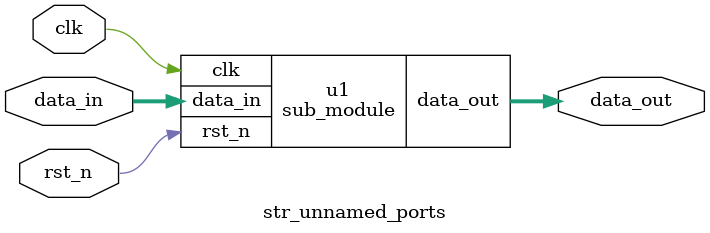
<source format=sv>

module sub_module(
  input wire clk,
  input wire rst_n,
  input wire [7:0] data_in,
  output logic [7:0] data_out
);
  always_ff @(posedge clk or negedge rst_n) begin
    if (!rst_n) data_out <= 8'h00;
    else data_out <= data_in;
  end
endmodule

module str_unnamed_ports(
  input wire clk,
  input wire rst_n,
  input wire [7:0] data_in,
  output logic [7:0] data_out
);
  // Violation: Positional port connection instead of named
  sub_module u1(clk, rst_n, data_in, data_out);  // Should use .clk(clk), .rst_n(rst_n), etc.
  
  // Correct way:
  // sub_module u2(
  //   .clk(clk),
  //   .rst_n(rst_n),
  //   .data_in(data_in),
  //   .data_out(data_out)
  // );
endmodule


</source>
